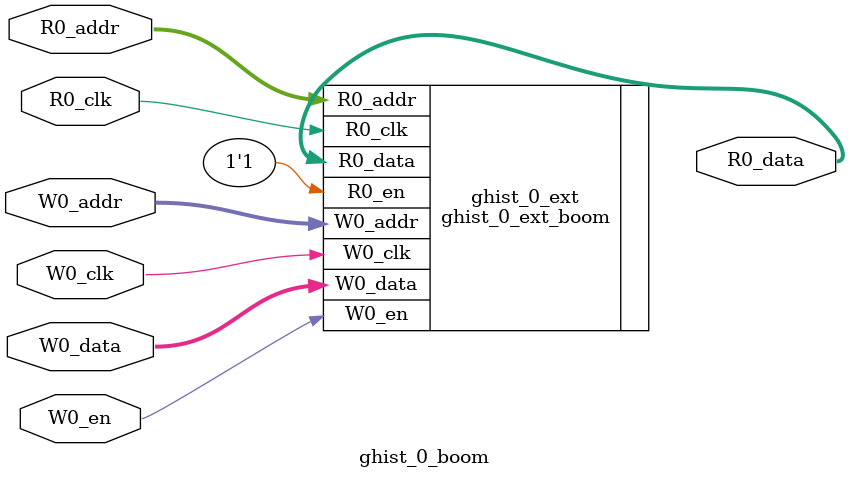
<source format=sv>
`ifndef RANDOMIZE
  `ifdef RANDOMIZE_REG_INIT
    `define RANDOMIZE
  `endif // RANDOMIZE_REG_INIT
`endif // not def RANDOMIZE
`ifndef RANDOMIZE
  `ifdef RANDOMIZE_MEM_INIT
    `define RANDOMIZE
  `endif // RANDOMIZE_MEM_INIT
`endif // not def RANDOMIZE

`ifndef RANDOM
  `define RANDOM $random
`endif // not def RANDOM

// Users can define 'PRINTF_COND' to add an extra gate to prints.
`ifndef PRINTF_COND_
  `ifdef PRINTF_COND
    `define PRINTF_COND_ (`PRINTF_COND)
  `else  // PRINTF_COND
    `define PRINTF_COND_ 1
  `endif // PRINTF_COND
`endif // not def PRINTF_COND_

// Users can define 'ASSERT_VERBOSE_COND' to add an extra gate to assert error printing.
`ifndef ASSERT_VERBOSE_COND_
  `ifdef ASSERT_VERBOSE_COND
    `define ASSERT_VERBOSE_COND_ (`ASSERT_VERBOSE_COND)
  `else  // ASSERT_VERBOSE_COND
    `define ASSERT_VERBOSE_COND_ 1
  `endif // ASSERT_VERBOSE_COND
`endif // not def ASSERT_VERBOSE_COND_

// Users can define 'STOP_COND' to add an extra gate to stop conditions.
`ifndef STOP_COND_
  `ifdef STOP_COND
    `define STOP_COND_ (`STOP_COND)
  `else  // STOP_COND
    `define STOP_COND_ 1
  `endif // STOP_COND
`endif // not def STOP_COND_

// Users can define INIT_RANDOM as general code that gets injected into the
// initializer block for modules with registers.
`ifndef INIT_RANDOM
  `define INIT_RANDOM
`endif // not def INIT_RANDOM

// If using random initialization, you can also define RANDOMIZE_DELAY to
// customize the delay used, otherwise 0.002 is used.
`ifndef RANDOMIZE_DELAY
  `define RANDOMIZE_DELAY 0.002
`endif // not def RANDOMIZE_DELAY

// Define INIT_RANDOM_PROLOG_ for use in our modules below.
`ifndef INIT_RANDOM_PROLOG_
  `ifdef RANDOMIZE
    `ifdef VERILATOR
      `define INIT_RANDOM_PROLOG_ `INIT_RANDOM
    `else  // VERILATOR
      `define INIT_RANDOM_PROLOG_ `INIT_RANDOM #`RANDOMIZE_DELAY begin end
    `endif // VERILATOR
  `else  // RANDOMIZE
    `define INIT_RANDOM_PROLOG_
  `endif // RANDOMIZE
`endif // not def INIT_RANDOM_PROLOG_

module ghist_0_boom(	// @[fetch-target-queue.scala:144:43]
  input  [4:0]  R0_addr,
  input         R0_clk,
  input  [4:0]  W0_addr,
  input         W0_en,
                W0_clk,
  input  [71:0] W0_data,
  output [71:0] R0_data
);

  ghist_0_ext_boom ghist_0_ext (	// @[fetch-target-queue.scala:144:43]
    .R0_addr (R0_addr),
    .R0_en   (1'h1),
    .R0_clk  (R0_clk),
    .W0_addr (W0_addr),
    .W0_en   (W0_en),
    .W0_clk  (W0_clk),
    .W0_data (W0_data),
    .R0_data (R0_data)
  );
endmodule


</source>
